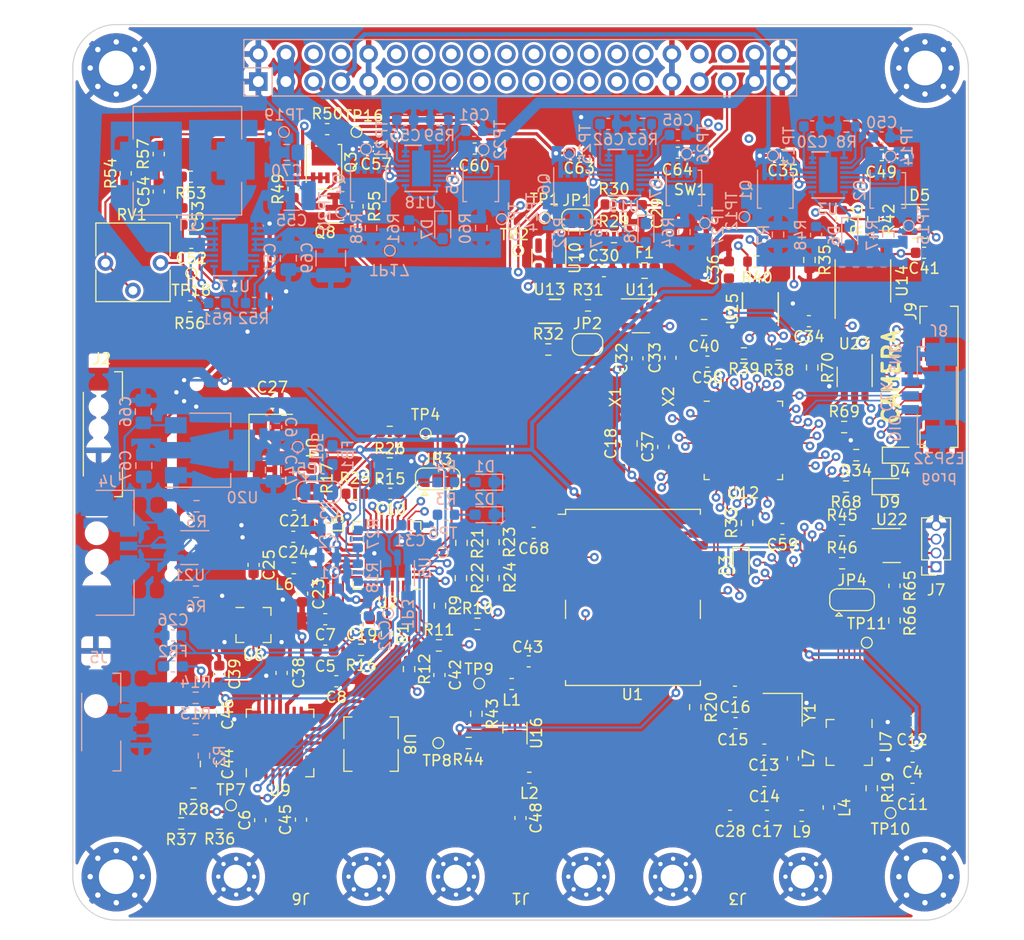
<source format=kicad_pcb>
(kicad_pcb (version 20211014) (generator pcbnew)

  (general
    (thickness 4.69)
  )

  (paper "A4")
  (layers
    (0 "F.Cu" signal)
    (1 "In1.Cu" signal)
    (2 "In2.Cu" signal)
    (31 "B.Cu" signal)
    (32 "B.Adhes" user "B.Adhesive")
    (33 "F.Adhes" user "F.Adhesive")
    (34 "B.Paste" user)
    (35 "F.Paste" user)
    (36 "B.SilkS" user "B.Silkscreen")
    (37 "F.SilkS" user "F.Silkscreen")
    (38 "B.Mask" user)
    (39 "F.Mask" user)
    (40 "Dwgs.User" user "User.Drawings")
    (41 "Cmts.User" user "User.Comments")
    (42 "Eco1.User" user "User.Eco1")
    (43 "Eco2.User" user "User.Eco2")
    (44 "Edge.Cuts" user)
    (45 "Margin" user)
    (46 "B.CrtYd" user "B.Courtyard")
    (47 "F.CrtYd" user "F.Courtyard")
    (48 "B.Fab" user)
    (49 "F.Fab" user)
    (50 "User.1" user)
    (51 "User.2" user)
    (52 "User.3" user)
    (53 "User.4" user)
    (54 "User.5" user)
    (55 "User.6" user)
    (56 "User.7" user)
    (57 "User.8" user)
    (58 "User.9" user)
  )

  (setup
    (stackup
      (layer "F.SilkS" (type "Top Silk Screen"))
      (layer "F.Paste" (type "Top Solder Paste"))
      (layer "F.Mask" (type "Top Solder Mask") (thickness 0.01))
      (layer "F.Cu" (type "copper") (thickness 0.035))
      (layer "dielectric 1" (type "core") (thickness 1.51) (material "FR4") (epsilon_r 4.5) (loss_tangent 0.02))
      (layer "In1.Cu" (type "copper") (thickness 0.035))
      (layer "dielectric 2" (type "prepreg") (thickness 1.51) (material "FR4") (epsilon_r 4.5) (loss_tangent 0.02))
      (layer "In2.Cu" (type "copper") (thickness 0.035))
      (layer "dielectric 3" (type "core") (thickness 1.51) (material "FR4") (epsilon_r 4.5) (loss_tangent 0.02))
      (layer "B.Cu" (type "copper") (thickness 0.035))
      (layer "B.Mask" (type "Bottom Solder Mask") (thickness 0.01))
      (layer "B.Paste" (type "Bottom Solder Paste"))
      (layer "B.SilkS" (type "Bottom Silk Screen"))
      (copper_finish "None")
      (dielectric_constraints no)
    )
    (pad_to_mask_clearance 0)
    (pcbplotparams
      (layerselection 0x00010fc_ffffffff)
      (disableapertmacros false)
      (usegerberextensions false)
      (usegerberattributes true)
      (usegerberadvancedattributes true)
      (creategerberjobfile true)
      (svguseinch false)
      (svgprecision 6)
      (excludeedgelayer true)
      (plotframeref false)
      (viasonmask false)
      (mode 1)
      (useauxorigin false)
      (hpglpennumber 1)
      (hpglpenspeed 20)
      (hpglpendiameter 15.000000)
      (dxfpolygonmode true)
      (dxfimperialunits true)
      (dxfusepcbnewfont true)
      (psnegative false)
      (psa4output false)
      (plotreference true)
      (plotvalue true)
      (plotinvisibletext false)
      (sketchpadsonfab false)
      (subtractmaskfromsilk false)
      (outputformat 1)
      (mirror false)
      (drillshape 1)
      (scaleselection 1)
      (outputdirectory "")
    )
  )

  (net 0 "")
  (net 1 "Net-(C1-Pad1)")
  (net 2 "GND")
  (net 3 "+3V3")
  (net 4 "/OpenLST (Beacon)/PA_VAPC")
  (net 5 "+3V8")
  (net 6 "/OpenLST (Beacon)/VDD_USB_LST")
  (net 7 "Net-(C12-Pad1)")
  (net 8 "Net-(C13-Pad2)")
  (net 9 "Net-(C15-Pad1)")
  (net 10 "Net-(C16-Pad1)")
  (net 11 "Net-(C17-Pad1)")
  (net 12 "Net-(C17-Pad2)")
  (net 13 "/MCU/MCU_POWER")
  (net 14 "Net-(C19-Pad1)")
  (net 15 "/3V3 power share/VCC_EN")
  (net 16 "Net-(C21-Pad2)")
  (net 17 "Net-(C22-Pad1)")
  (net 18 "Net-(C23-Pad2)")
  (net 19 "Net-(C24-Pad1)")
  (net 20 "Net-(C24-Pad2)")
  (net 21 "Net-(C25-Pad2)")
  (net 22 "Net-(C26-Pad1)")
  (net 23 "Net-(C29-Pad1)")
  (net 24 "/3V3 power share/EPS#1")
  (net 25 "Net-(C35-Pad2)")
  (net 26 "Net-(C38-Pad1)")
  (net 27 "Net-(C38-Pad2)")
  (net 28 "Net-(C39-Pad1)")
  (net 29 "Net-(C39-Pad2)")
  (net 30 "/MCU/VREF")
  (net 31 "Net-(C42-Pad1)")
  (net 32 "Net-(C43-Pad1)")
  (net 33 "Net-(C43-Pad2)")
  (net 34 "Net-(C45-Pad1)")
  (net 35 "Net-(C45-Pad2)")
  (net 36 "Net-(C48-Pad1)")
  (net 37 "Net-(C48-Pad2)")
  (net 38 "Net-(C49-Pad1)")
  (net 39 "/3V3 power share/EPS#2")
  (net 40 "Net-(C50-Pad1)")
  (net 41 "VIN")
  (net 42 "Net-(C52-Pad1)")
  (net 43 "Net-(C52-Pad2)")
  (net 44 "Net-(C53-Pad1)")
  (net 45 "Net-(C54-Pad1)")
  (net 46 "/Power Convertor/VBAT1/VCC_EN")
  (net 47 "/Power Convertor/EPS#1_VBAT")
  (net 48 "Net-(C57-Pad2)")
  (net 49 "Net-(C60-Pad1)")
  (net 50 "/Power Convertor/EPS#2_VBAT")
  (net 51 "Net-(C61-Pad1)")
  (net 52 "/5V power share/VCC_EN")
  (net 53 "/5V power share/EPS#1")
  (net 54 "Net-(C63-Pad2)")
  (net 55 "Net-(C64-Pad1)")
  (net 56 "/5V power share/EPS#2")
  (net 57 "Net-(C65-Pad1)")
  (net 58 "/OpenLST (Beacon)/USB_POWER_LST")
  (net 59 "Net-(D1-Pad2)")
  (net 60 "Net-(D2-Pad2)")
  (net 61 "Net-(D3-Pad1)")
  (net 62 "Net-(D4-Pad1)")
  (net 63 "/MCU/CAN_L")
  (net 64 "/MCU/CAN_H")
  (net 65 "Net-(D6-Pad1)")
  (net 66 "Net-(D6-Pad2)")
  (net 67 "Net-(D7-Pad1)")
  (net 68 "Net-(D7-Pad2)")
  (net 69 "Net-(D8-Pad1)")
  (net 70 "Net-(D8-Pad2)")
  (net 71 "Net-(D9-Pad1)")
  (net 72 "Net-(F1-Pad2)")
  (net 73 "Net-(FB1-Pad1)")
  (net 74 "/OpenLST (Beacon)/PROG_DD")
  (net 75 "/OpenLST (Beacon)/PROG_DC")
  (net 76 "/OpenLST (Beacon)/~{LST_RESET}")
  (net 77 "/MCU/USB_POWER")
  (net 78 "Net-(J7-Pad2)")
  (net 79 "Net-(J7-Pad3)")
  (net 80 "/MCU/SWCLK")
  (net 81 "/MCU/SWDIO")
  (net 82 "/MCU/QSPI_D1{slash}CAM_CSN")
  (net 83 "/MCU/QSPI_D2{slash}CAM_MOSI")
  (net 84 "/MCU/QSPI_D3{slash}CAM_MISO")
  (net 85 "/MCU/LED1_QSPI")
  (net 86 "+5V")
  (net 87 "/I2C_SDA")
  (net 88 "/I2C_SCL")
  (net 89 "unconnected-(J12-Pad6)")
  (net 90 "unconnected-(J12-Pad8)")
  (net 91 "unconnected-(J12-Pad11)")
  (net 92 "unconnected-(J12-Pad12)")
  (net 93 "unconnected-(J12-Pad13)")
  (net 94 "unconnected-(J12-Pad14)")
  (net 95 "unconnected-(J12-Pad15)")
  (net 96 "unconnected-(J12-Pad16)")
  (net 97 "unconnected-(J12-Pad17)")
  (net 98 "unconnected-(J12-Pad18)")
  (net 99 "/MCU/RS_485_~{B}")
  (net 100 "/MCU/RS_485_A")
  (net 101 "unconnected-(J12-Pad23)")
  (net 102 "unconnected-(J12-Pad24)")
  (net 103 "/MCU/LED1_CAM")
  (net 104 "/MCU/QSPI_SCK")
  (net 105 "/MCU/QSPI_NCS")
  (net 106 "unconnected-(J12-Pad34)")
  (net 107 "unconnected-(J12-Pad36)")
  (net 108 "Net-(JP1-Pad1)")
  (net 109 "/MCU/NRST")
  (net 110 "Net-(JP2-Pad1)")
  (net 111 "Net-(JP2-Pad2)")
  (net 112 "/OpenLST (Beacon)/RF_EN")
  (net 113 "/OpenLST (Beacon)/RF_EN_MCU")
  (net 114 "/OpenLST (Beacon)/RF_PWR_EN")
  (net 115 "Net-(JP4-Pad3)")
  (net 116 "/MCU/VDD_USB")
  (net 117 "Net-(L3-Pad1)")
  (net 118 "Net-(L3-Pad2)")
  (net 119 "Net-(L4-Pad1)")
  (net 120 "Net-(L4-Pad2)")
  (net 121 "Net-(Q1-Pad5)")
  (net 122 "Net-(Q1-Pad4)")
  (net 123 "Net-(Q2-Pad4)")
  (net 124 "Net-(Q2-Pad5)")
  (net 125 "Net-(Q3-Pad4)")
  (net 126 "Net-(Q3-Pad5)")
  (net 127 "Net-(Q4-Pad5)")
  (net 128 "Net-(Q4-Pad4)")
  (net 129 "Net-(Q5-Pad4)")
  (net 130 "Net-(Q5-Pad5)")
  (net 131 "Net-(Q6-Pad5)")
  (net 132 "Net-(Q6-Pad4)")
  (net 133 "Net-(Q7-Pad4)")
  (net 134 "Net-(Q7-Pad5)")
  (net 135 "/OpenLST (Beacon)/~{LST_RX_MODE}")
  (net 136 "/OpenLST (Beacon)/LST_TX_MODE")
  (net 137 "Net-(R3-Pad2)")
  (net 138 "Net-(R4-Pad2)")
  (net 139 "Net-(R5-Pad1)")
  (net 140 "/OpenLST (Beacon)/USB_N")
  (net 141 "/OpenLST (Beacon)/USB_P")
  (net 142 "Net-(R6-Pad2)")
  (net 143 "Net-(R8-Pad2)")
  (net 144 "Net-(R9-Pad1)")
  (net 145 "/OpenLST (Beacon)/UART0_CTS")
  (net 146 "Net-(R10-Pad1)")
  (net 147 "/OpenLST (Beacon)/UART0_RTS")
  (net 148 "Net-(R11-Pad1)")
  (net 149 "/OpenLST (Beacon)/UART0_RX")
  (net 150 "Net-(R12-Pad1)")
  (net 151 "/OpenLST (Beacon)/UART0_TX")
  (net 152 "Net-(R15-Pad2)")
  (net 153 "Net-(R16-Pad2)")
  (net 154 "Net-(R17-Pad1)")
  (net 155 "Net-(R17-Pad2)")
  (net 156 "Net-(R19-Pad2)")
  (net 157 "/OpenLST (Beacon)/AN0")
  (net 158 "/OpenLST (Beacon)/AN1")
  (net 159 "Net-(R25-Pad2)")
  (net 160 "/OpenLST (Beacon)/RF_BYP")
  (net 161 "Net-(R32-Pad1)")
  (net 162 "/MCU/LED2")
  (net 163 "/MCU/CAN_RS")
  (net 164 "/MCU/RS_485_R_EN")
  (net 165 "/MCU/RS_485_T_EN")
  (net 166 "Net-(R43-Pad2)")
  (net 167 "Net-(R44-Pad1)")
  (net 168 "Net-(R44-Pad2)")
  (net 169 "Net-(R45-Pad1)")
  (net 170 "/MCU/USB_N")
  (net 171 "/MCU/USB_P")
  (net 172 "Net-(R46-Pad2)")
  (net 173 "Net-(R51-Pad2)")
  (net 174 "Net-(R52-Pad1)")
  (net 175 "Net-(R54-Pad2)")
  (net 176 "Net-(R59-Pad2)")
  (net 177 "Net-(R63-Pad2)")
  (net 178 "unconnected-(U1-Pad1)")
  (net 179 "unconnected-(U1-Pad3)")
  (net 180 "/GPS Module/IRQ")
  (net 181 "unconnected-(U1-Pad5)")
  (net 182 "unconnected-(U1-Pad6)")
  (net 183 "/GPS Module/RESET")
  (net 184 "unconnected-(U1-Pad15)")
  (net 185 "unconnected-(U1-Pad16)")
  (net 186 "unconnected-(U1-Pad17)")
  (net 187 "/GPS Module/TXD")
  (net 188 "/GPS Module/RXD")
  (net 189 "unconnected-(U2-Pad8)")
  (net 190 "unconnected-(U2-Pad18)")
  (net 191 "unconnected-(U2-Pad20)")
  (net 192 "/MCU/NRF_CE")
  (net 193 "/MCU/NRF_SPI_CSN")
  (net 194 "/MCU/NRF_SPI_SCK")
  (net 195 "/MCU/NRF_SPI_MOSI")
  (net 196 "/MCU/NRF_SPI_MISO")
  (net 197 "/MCU/NRF_IRQ")
  (net 198 "Net-(U8-Pad2)")
  (net 199 "Net-(U8-Pad6)")
  (net 200 "unconnected-(U9-Pad14)")
  (net 201 "unconnected-(U9-Pad16)")
  (net 202 "unconnected-(U9-Pad25)")
  (net 203 "unconnected-(U10-Pad3)")
  (net 204 "/MCU/WDG_RESET")
  (net 205 "unconnected-(U11-Pad3)")
  (net 206 "unconnected-(U12-Pad1)")
  (net 207 "/MCU/LSE")
  (net 208 "/MCU/HSE")
  (net 209 "/MCU/CAN_RX")
  (net 210 "/MCU/CAN_TX")
  (net 211 "unconnected-(U13-Pad3)")
  (net 212 "/MCU/RS_485_R")
  (net 213 "/MCU/RS_485_T")
  (net 214 "unconnected-(U15-Pad7)")
  (net 215 "unconnected-(X1-Pad1)")
  (net 216 "unconnected-(U6-Pad4)")
  (net 217 "/camera/CAM_VCC")
  (net 218 "Net-(R70-Pad1)")
  (net 219 "Net-(U21-Pad6)")
  (net 220 "Net-(U21-Pad4)")
  (net 221 "Net-(R13-Pad2)")
  (net 222 "Net-(R14-Pad2)")

  (footprint "Capacitor_SMD:C_0805_2012Metric_Pad1.18x1.45mm_HandSolder" (layer "F.Cu") (at 143.1544 71.9044))

  (footprint "TCY_Buttons:KMT031NGJLHS" (layer "F.Cu") (at 141.8844 61.5881))

  (footprint "Resistor_SMD:R_0603_1608Metric" (layer "F.Cu") (at 98.5276 117.602))

  (footprint "Resistor_SMD:R_0603_1608Metric" (layer "F.Cu") (at 158.75 61.9252 -90))

  (footprint "Package_DFN_QFN:QFN-20-1EP_4x4mm_P0.5mm_EP2.5x2.5mm" (layer "F.Cu") (at 156.5148 110.1344 -90))

  (footprint "MountingHole:MountingHole_3.2mm_M3_Pad_Via" (layer "F.Cu") (at 163.5 122.5))

  (footprint "Resistor_SMD:R_0603_1608Metric" (layer "F.Cu") (at 120.8024 91.7448 90))

  (footprint "Capacitor_SMD:C_0603_1608Metric" (layer "F.Cu") (at 98.4905 103.8352 -90))

  (footprint "Resistor_SMD:R_0603_1608Metric" (layer "F.Cu") (at 147.9804 65.8368 180))

  (footprint "Inductor_SMD:L_0603_1608Metric" (layer "F.Cu") (at 107.7976 89.9668 -90))

  (footprint "Resistor_SMD:R_0603_1608Metric" (layer "F.Cu") (at 121.4628 110.1852))

  (footprint "MountingHole:MountingHole_3.2mm_M3_Pad_Via" (layer "F.Cu") (at 89 48))

  (footprint "Package_TO_SOT_SMD:SOT-23-6" (layer "F.Cu") (at 160.4386 91.9988))

  (footprint "Capacitor_SMD:C_0603_1608Metric" (layer "F.Cu") (at 105.41 88.2396))

  (footprint "Capacitor_SMD:C_0603_1608Metric" (layer "F.Cu") (at 127.4572 90.8304 180))

  (footprint "Capacitor_SMD:C_0603_1608Metric" (layer "F.Cu") (at 152.8064 71.3232 180))

  (footprint "Resistor_SMD:R_0603_1608Metric" (layer "F.Cu") (at 153.1112 75.5904 -90))

  (footprint "Capacitor_SMD:C_0603_1608Metric" (layer "F.Cu") (at 114.2492 87.2236 180))

  (footprint "Inductor_SMD:L_0603_1608Metric" (layer "F.Cu") (at 127.0508 113.3856))

  (footprint "RF_GPS:ublox_NEO" (layer "F.Cu") (at 136.6012 96.774))

  (footprint "Package_TO_SOT_SMD:SOT-23-6_Handsoldering" (layer "F.Cu") (at 157.0228 76.454 -90))

  (footprint "Capacitor_SMD:C_0603_1608Metric" (layer "F.Cu") (at 108.2548 98.7792 180))

  (footprint "Inductor_SMD:L_0603_1608Metric" (layer "F.Cu") (at 105.3344 59.1454 90))

  (footprint "Resistor_SMD:R_0603_1608Metric" (layer "F.Cu") (at 158.5976 114.3508 90))

  (footprint "Jumper:SolderJumper-2_P1.3mm_Open_RoundedPad1.0x1.5mm" (layer "F.Cu") (at 132.4108 73.4753 180))

  (footprint "Capacitor_SMD:C_0603_1608Metric" (layer "F.Cu") (at 118.7704 103.9238 90))

  (footprint "Jumper:SolderJumper-2_P1.3mm_Open_RoundedPad1.0x1.5mm" (layer "F.Cu") (at 131.4456 61.9945))

  (footprint "Inductor_SMD:L_0603_1608Metric" (layer "F.Cu") (at 95.8596 58.0136))

  (footprint "Capacitor_SMD:C_0603_1608Metric" (layer "F.Cu") (at 133.9218 66.7189))

  (footprint "Capacitor_SMD:C_0603_1608Metric" (layer "F.Cu") (at 127 102.6668 180))

  (footprint "Jumper:SolderJumper-3_P1.3mm_Open_RoundedPad1.0x1.5mm" (layer "F.Cu") (at 156.781 96.9871))

  (footprint "Capacitor_SMD:C_0603_1608Metric" (layer "F.Cu") (at 148.7046 113.6904))

  (footprint "MountingHole:MountingHole_3.2mm_M3_Pad_Via" (layer "F.Cu") (at 163.5 48))

  (footprint "Resistor_SMD:R_0603_1608Metric" (layer "F.Cu") (at 111.5568 101.6 180))

  (footprint "Resistor_SMD:R_0603_1608Metric" (layer "F.Cu") (at 118.8212 97.536 -90))

  (footprint "Resistor_SMD:R_0603_1608Metric" (layer "F.Cu") (at 134.8492 60.5721))

  (footprint "Resistor_SMD:R_0603_1608Metric" (layer "F.Cu") (at 157.1752 83.6676 180))

  (footprint "Capacitor_SMD:C_0603_1608Metric" (layer "F.Cu") (at 122.0216 55.4228))

  (footprint "TCY_Connector:TestPoint_Pad_D0.5mm" (layer "F.Cu") (at 122.428 104.6988))

  (footprint "Resistor_SMD:R_0603_1608Metric" (layer "F.Cu") (at 123.7488 94.996 90))

  (footprint "Resistor_SMD:R_0603_1608Metric" (layer "F.Cu") (at 115.9764 103.378 -90))

  (footprint "Capacitor_SMD:C_0603_1608Metric" (layer "F.Cu") (at 139.3952 82.9056 90))

  (footprint "Resistor_SMD:R_0603_1608Metric" (layer "F.Cu") (at 155.8666 90.5764 180))

  (footprint "Resistor_SMD:R_0603_1608Metric" (layer "F.Cu") (at 110.998 87.2236))

  (footprint "Resistor_SMD:R_0603_1608Metric" (layer "F.Cu") (at 113.9444 100.1268 90))

  (footprint "footprints:iPEX" (layer "F.Cu") (at 146.25 122.5 180))

  (footprint "Capacitor_SMD:C_0603_1608Metric" (layer "F.Cu") (at 145.542 116.8908 180))

  (footprint "TCY_Connector:TestPoint_Pad_D0.5mm" (layer "F.Cu") (at 158.1404 100.9396))

  (footprint "Capacitor_SMD:C_0603_1608Metric" (layer "F.Cu") (at 162.3568 114.4016 180))

  (footprint "Capacitor_SMD:C_0603_1608Metric" (layer "F.Cu") (at 112.9284 55.4228))

  (footprint "Inductor_SMD:L_0603_1608Metric" (layer "F.Cu") (at 151.3332 111.6076 -90))

  (footprint "Capacitor_SMD:C_0603_1608Metric" (layer "F.Cu") (at 137.414 61.3849 -90))

  (footprint "Capacitor_SMD:C_0603_1608Metric" (layer "F.Cu") (at 159.517223 56.0263))

  (footprint "Resistor_SMD:R_0603_1608Metric" (layer "F.Cu") (at 142.3416 106.8832 90))

  (footprint "Resistor_SMD:R_0603_1608Metric" (layer "F.Cu") (at 120.7516 94.996 90))

  (footprint "Resistor_SMD:R_0603_1608Metric" (layer "F.Cu") (at 160.6926 98.9076 -90))

  (footprint "footprints:iPEX" (layer "F.Cu")
    (tedit 62249243) (tstamp 5e845d28-b090-4cbe-b836-36c12cd256a2)
    (at 106 122.5 180)
    (property "Sheetfile" "OpenLST.kicad_sch")
    (property "Sheetname" "OpenLST (Beacon)")
    (path "/829b2795-9702-4633-a078-e2998d6d9402/bd95501b-0179-41e8-b4ae-aa683068528d")
    (attr smd)
    (fp_text reference "J6" (at 0 -2 180 unlocked) (layer "F.SilkS")
      (effects (font (size 1 1) (thickness 0.15)))
      (tstamp 01a309ae-24f0-425f-8e66-62836d44754f)
    )
    (fp_text value "iPEX" (at 0 3.25 180 unlocked) (layer "F.Fab")
      (ef
... [2824299 chars truncated]
</source>
